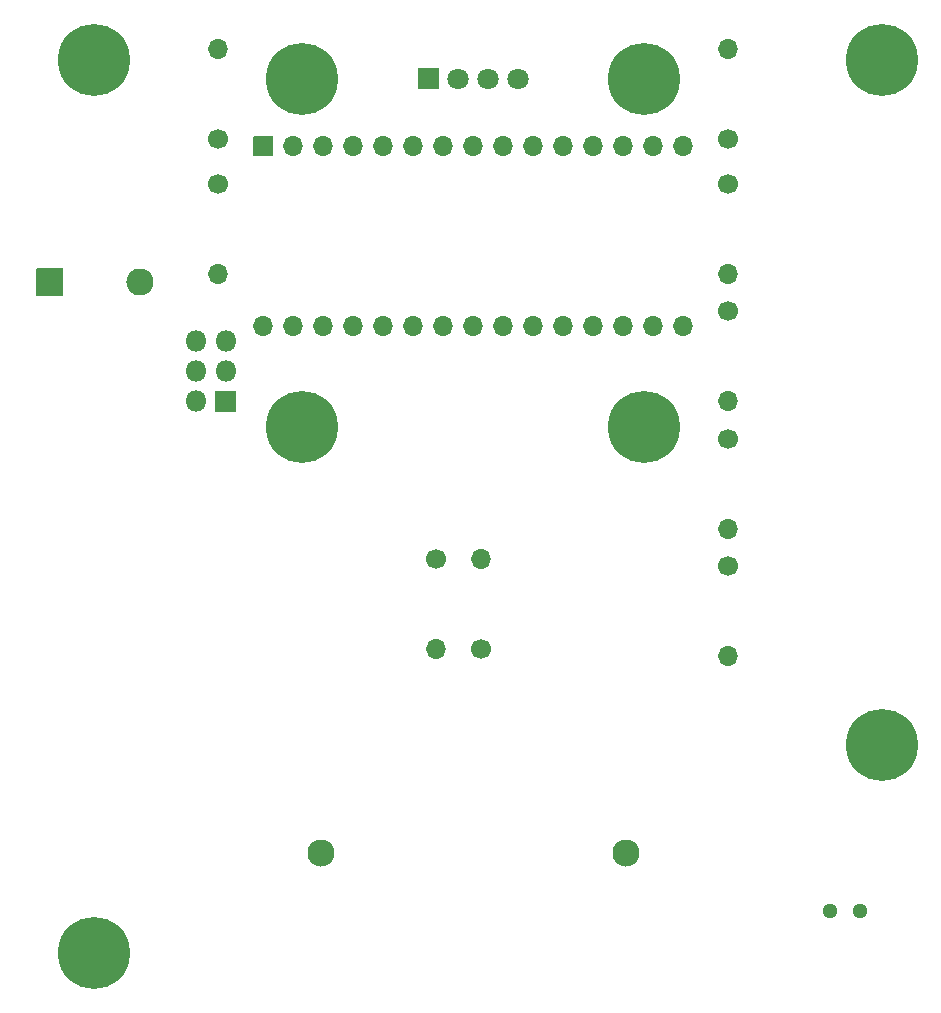
<source format=gbr>
%TF.GenerationSoftware,KiCad,Pcbnew,(5.1.7)-1*%
%TF.CreationDate,2021-08-14T14:26:18+02:00*%
%TF.ProjectId,dumper,64756d70-6572-42e6-9b69-6361645f7063,rev?*%
%TF.SameCoordinates,Original*%
%TF.FileFunction,Soldermask,Bot*%
%TF.FilePolarity,Negative*%
%FSLAX46Y46*%
G04 Gerber Fmt 4.6, Leading zero omitted, Abs format (unit mm)*
G04 Created by KiCad (PCBNEW (5.1.7)-1) date 2021-08-14 14:26:18*
%MOMM*%
%LPD*%
G01*
G04 APERTURE LIST*
%ADD10C,6.100000*%
%ADD11O,1.700000X1.700000*%
%ADD12C,1.800000*%
%ADD13O,2.300000X2.300000*%
%ADD14C,2.300000*%
%ADD15O,1.300000X1.300000*%
%ADD16C,1.700000*%
%ADD17O,1.800000X1.800000*%
G04 APERTURE END LIST*
D10*
%TO.C,REF\u002A\u002A*%
X202280000Y-117340000D03*
%TD*%
%TO.C,REF\u002A\u002A*%
X135540000Y-134970000D03*
%TD*%
%TO.C,REF\u002A\u002A*%
X135540000Y-59340000D03*
%TD*%
%TO.C,REF\u002A\u002A*%
X202280000Y-59340000D03*
%TD*%
%TO.C,A1*%
G36*
G01*
X149060000Y-65825000D02*
X150660000Y-65825000D01*
G75*
G02*
X150710000Y-65875000I0J-50000D01*
G01*
X150710000Y-67475000D01*
G75*
G02*
X150660000Y-67525000I-50000J0D01*
G01*
X149060000Y-67525000D01*
G75*
G02*
X149010000Y-67475000I0J50000D01*
G01*
X149010000Y-65875000D01*
G75*
G02*
X149060000Y-65825000I50000J0D01*
G01*
G37*
D11*
X182880000Y-81915000D03*
X152400000Y-66675000D03*
X180340000Y-81915000D03*
X154940000Y-66675000D03*
X177800000Y-81915000D03*
X157480000Y-66675000D03*
X175260000Y-81915000D03*
X160020000Y-66675000D03*
X172720000Y-81915000D03*
X162560000Y-66675000D03*
X170180000Y-81915000D03*
X165100000Y-66675000D03*
X167640000Y-81915000D03*
X167640000Y-66675000D03*
X165100000Y-81915000D03*
X170180000Y-66675000D03*
X162560000Y-81915000D03*
X172720000Y-66675000D03*
X160020000Y-81915000D03*
X175260000Y-66675000D03*
X157480000Y-81915000D03*
X177800000Y-66675000D03*
X154940000Y-81915000D03*
X180340000Y-66675000D03*
X152400000Y-81915000D03*
X182880000Y-66675000D03*
X149860000Y-81915000D03*
X185420000Y-66675000D03*
X185420000Y-81915000D03*
%TD*%
D10*
%TO.C,A2*%
X153162000Y-60960000D03*
X182118000Y-90424000D03*
X153162000Y-90424000D03*
X182118000Y-60960000D03*
G36*
G01*
X162930000Y-61810000D02*
X162930000Y-60110000D01*
G75*
G02*
X162980000Y-60060000I50000J0D01*
G01*
X164680000Y-60060000D01*
G75*
G02*
X164730000Y-60110000I0J-50000D01*
G01*
X164730000Y-61810000D01*
G75*
G02*
X164680000Y-61860000I-50000J0D01*
G01*
X162980000Y-61860000D01*
G75*
G02*
X162930000Y-61810000I0J50000D01*
G01*
G37*
D12*
X166370000Y-60960000D03*
X168910000Y-60960000D03*
X171450000Y-60960000D03*
%TD*%
D13*
%TO.C,D1*%
X139382500Y-78176120D03*
G36*
G01*
X130612500Y-79276120D02*
X130612500Y-77076120D01*
G75*
G02*
X130662500Y-77026120I50000J0D01*
G01*
X132862500Y-77026120D01*
G75*
G02*
X132912500Y-77076120I0J-50000D01*
G01*
X132912500Y-79276120D01*
G75*
G02*
X132862500Y-79326120I-50000J0D01*
G01*
X130662500Y-79326120D01*
G75*
G02*
X130612500Y-79276120I0J50000D01*
G01*
G37*
%TD*%
D14*
%TO.C,J1*%
X154707960Y-126507240D03*
X180572040Y-126507240D03*
%TD*%
D15*
%TO.C,SW4*%
X197850000Y-131445000D03*
X200350000Y-131445000D03*
%TD*%
D11*
%TO.C,R10*%
X189230000Y-58420000D03*
D16*
X189230000Y-66040000D03*
%TD*%
D11*
%TO.C,R9*%
X189230000Y-77470000D03*
D16*
X189230000Y-69850000D03*
%TD*%
D11*
%TO.C,R8*%
X146050000Y-77470000D03*
D16*
X146050000Y-69850000D03*
%TD*%
D11*
%TO.C,R7*%
X189230000Y-88265000D03*
D16*
X189230000Y-80645000D03*
%TD*%
D11*
%TO.C,R6*%
X189230000Y-99060000D03*
D16*
X189230000Y-91440000D03*
%TD*%
D11*
%TO.C,R5*%
X189230000Y-109855000D03*
D16*
X189230000Y-102235000D03*
%TD*%
D11*
%TO.C,R4*%
X146050000Y-58420000D03*
D16*
X146050000Y-66040000D03*
%TD*%
D11*
%TO.C,R3*%
X164465000Y-109220000D03*
D16*
X164465000Y-101600000D03*
%TD*%
D11*
%TO.C,R2*%
X168275000Y-101600000D03*
D16*
X168275000Y-109220000D03*
%TD*%
D17*
%TO.C,J2*%
X144145000Y-83185000D03*
X146685000Y-83185000D03*
X144145000Y-85725000D03*
X146685000Y-85725000D03*
X144145000Y-88265000D03*
G36*
G01*
X147585000Y-87415000D02*
X147585000Y-89115000D01*
G75*
G02*
X147535000Y-89165000I-50000J0D01*
G01*
X145835000Y-89165000D01*
G75*
G02*
X145785000Y-89115000I0J50000D01*
G01*
X145785000Y-87415000D01*
G75*
G02*
X145835000Y-87365000I50000J0D01*
G01*
X147535000Y-87365000D01*
G75*
G02*
X147585000Y-87415000I0J-50000D01*
G01*
G37*
%TD*%
M02*

</source>
